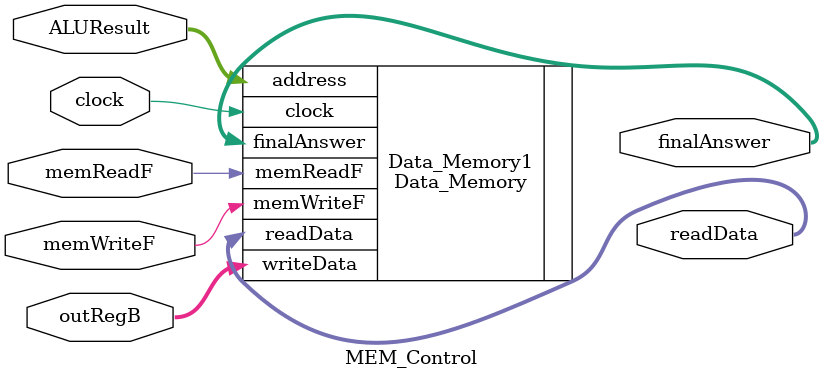
<source format=v>
/*------------------------------------------------------------------ 
-- Haley Whitman & Andrew Hill
-- May 2016
-- CAES: Computer Architecture and Embedded Systems Laboratory
-- University of Oregon
-- Eugene, OR
-- 
--  
-- Filename: MEM_Control.v
--
-----------------------------------------------------------------*/

module MEM_Control(
	input[31:0] ALUResult,
	input[31:0] outRegB,
	input memReadF,
	input memWriteF,
	input clock,
	output[31:0] readData,
	output[7:0] finalAnswer
	);


Data_Memory Data_Memory1(
	.address(ALUResult),
	.writeData(outRegB),
	.memWriteF(memWriteF),
	.memReadF(memReadF),
	.clock(clock),
	.readData(readData),
	.finalAnswer(finalAnswer)
	);



endmodule

</source>
